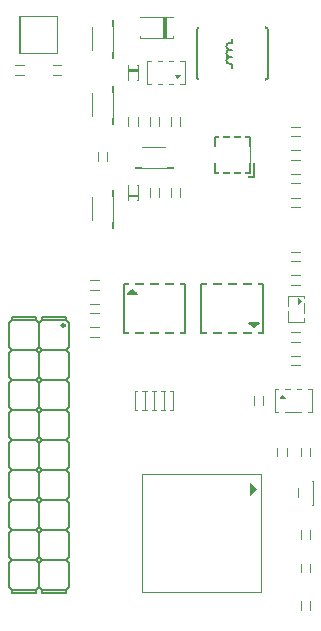
<source format=gbo>
G04 #@! TF.GenerationSoftware,KiCad,Pcbnew,(5.1.9)-1*
G04 #@! TF.CreationDate,2023-01-31T21:02:21+01:00*
G04 #@! TF.ProjectId,Base,42617365-2e6b-4696-9361-645f70636258,rev?*
G04 #@! TF.SameCoordinates,PXd59f80PYd59f80*
G04 #@! TF.FileFunction,Legend,Bot*
G04 #@! TF.FilePolarity,Positive*
%FSLAX46Y46*%
G04 Gerber Fmt 4.6, Leading zero omitted, Abs format (unit mm)*
G04 Created by KiCad (PCBNEW (5.1.9)-1) date 2023-01-31 21:02:21*
%MOMM*%
%LPD*%
G01*
G04 APERTURE LIST*
%ADD10C,0.100000*%
%ADD11C,0.120000*%
%ADD12C,0.060000*%
%ADD13C,0.080000*%
%ADD14C,0.150000*%
%ADD15C,0.260000*%
%ADD16C,0.050000*%
%ADD17C,0.070000*%
%ADD18C,0.030000*%
%ADD19R,0.250000X1.300000*%
%ADD20R,1.300000X0.250000*%
%ADD21R,0.700000X1.000000*%
%ADD22C,1.500000*%
%ADD23C,2.800000*%
%ADD24R,0.700000X0.700000*%
%ADD25R,1.600000X3.500000*%
%ADD26R,1.000000X0.700000*%
%ADD27O,1.350000X1.350000*%
%ADD28C,1.350000*%
%ADD29C,1.600000*%
%ADD30C,2.300000*%
%ADD31C,2.200000*%
%ADD32R,1.200000X1.600000*%
%ADD33R,1.500000X1.400000*%
%ADD34R,0.450000X1.200000*%
%ADD35R,1.200000X1.700000*%
%ADD36R,1.700000X1.200000*%
%ADD37R,0.550000X1.200000*%
%ADD38R,5.600000X2.000000*%
%ADD39R,0.900000X0.450000*%
%ADD40R,0.600000X1.600000*%
%ADD41C,0.350000*%
%ADD42C,1.800000*%
%ADD43R,0.400000X1.100000*%
%ADD44R,1.200000X1.200000*%
G04 APERTURE END LIST*
D10*
G36*
X23900000Y-46350000D02*
G01*
X24400000Y-45850000D01*
X23900000Y-45350000D01*
X23900000Y-46350000D01*
G37*
X23900000Y-46350000D02*
X24400000Y-45850000D01*
X23900000Y-45350000D01*
X23900000Y-46350000D01*
D11*
X24800000Y-44600000D02*
X14800000Y-44600000D01*
X14800000Y-44600000D02*
X14800000Y-54600000D01*
X14800000Y-54600000D02*
X24800000Y-54600000D01*
X24800000Y-54600000D02*
X24800000Y-44600000D01*
D12*
X27300000Y-27800000D02*
X28300000Y-27800000D01*
X28300000Y-28600000D02*
X27300000Y-28600000D01*
G36*
X28300000Y-28600000D02*
G01*
X28600000Y-28600000D01*
X28600000Y-27800000D01*
X28300000Y-27800000D01*
X28300000Y-28600000D01*
G37*
X28300000Y-28600000D02*
X28600000Y-28600000D01*
X28600000Y-27800000D01*
X28300000Y-27800000D01*
X28300000Y-28600000D01*
G36*
X27000000Y-28600000D02*
G01*
X27300000Y-28600000D01*
X27300000Y-27800000D01*
X27000000Y-27800000D01*
X27000000Y-28600000D01*
G37*
X27000000Y-28600000D02*
X27300000Y-28600000D01*
X27300000Y-27800000D01*
X27000000Y-27800000D01*
X27000000Y-28600000D01*
X28300000Y-33400000D02*
X27300000Y-33400000D01*
X27300000Y-32600000D02*
X28300000Y-32600000D01*
G36*
X27300000Y-32600000D02*
G01*
X27000000Y-32600000D01*
X27000000Y-33400000D01*
X27300000Y-33400000D01*
X27300000Y-32600000D01*
G37*
X27300000Y-32600000D02*
X27000000Y-32600000D01*
X27000000Y-33400000D01*
X27300000Y-33400000D01*
X27300000Y-32600000D01*
G36*
X28600000Y-32600000D02*
G01*
X28300000Y-32600000D01*
X28300000Y-33400000D01*
X28600000Y-33400000D01*
X28600000Y-32600000D01*
G37*
X28600000Y-32600000D02*
X28300000Y-32600000D01*
X28300000Y-33400000D01*
X28600000Y-33400000D01*
X28600000Y-32600000D01*
D13*
X14450000Y-10450000D02*
X13550000Y-10450000D01*
X13550000Y-10400000D02*
X14450000Y-10400000D01*
X14450000Y-10350000D02*
X13550000Y-10350000D01*
X13550000Y-10300000D02*
X14450000Y-10300000D01*
X13550000Y-9950000D02*
X13550000Y-11250000D01*
X14450000Y-11250000D02*
X14450000Y-9950000D01*
X13550000Y-9950000D02*
X14450000Y-9950000D01*
X13550000Y-11250000D02*
X14450000Y-11250000D01*
D11*
X7600000Y-9000000D02*
X8300000Y-9000000D01*
X8300000Y-9000000D02*
X8300000Y-5800000D01*
X3700000Y-9000000D02*
X3700000Y-5800000D01*
X4400000Y-9000000D02*
X8300000Y-9000000D01*
X8300000Y-5800000D02*
X3700000Y-5800000D01*
X3700000Y-9000000D02*
X4400000Y-9000000D01*
D10*
G36*
X4450000Y-5800000D02*
G01*
X3700000Y-5800000D01*
X3700000Y-9000000D01*
X4450000Y-9000000D01*
X4450000Y-5800000D01*
G37*
X4450000Y-5800000D02*
X3700000Y-5800000D01*
X3700000Y-9000000D01*
X4450000Y-9000000D01*
X4450000Y-5800000D01*
G36*
X8300000Y-5800000D02*
G01*
X7550000Y-5800000D01*
X7550000Y-9000000D01*
X8300000Y-9000000D01*
X8300000Y-5800000D01*
G37*
X8300000Y-5800000D02*
X7550000Y-5800000D01*
X7550000Y-9000000D01*
X8300000Y-9000000D01*
X8300000Y-5800000D01*
D12*
X28300000Y-16000000D02*
X27300000Y-16000000D01*
X27300000Y-15200000D02*
X28300000Y-15200000D01*
G36*
X27300000Y-15200000D02*
G01*
X27000000Y-15200000D01*
X27000000Y-16000000D01*
X27300000Y-16000000D01*
X27300000Y-15200000D01*
G37*
X27300000Y-15200000D02*
X27000000Y-15200000D01*
X27000000Y-16000000D01*
X27300000Y-16000000D01*
X27300000Y-15200000D01*
G36*
X28600000Y-15200000D02*
G01*
X28300000Y-15200000D01*
X28300000Y-16000000D01*
X28600000Y-16000000D01*
X28600000Y-15200000D01*
G37*
X28600000Y-15200000D02*
X28300000Y-15200000D01*
X28300000Y-16000000D01*
X28600000Y-16000000D01*
X28600000Y-15200000D01*
X28300000Y-26600000D02*
X28300000Y-25800000D01*
X28600000Y-25800000D02*
X28600000Y-26600000D01*
X28550000Y-25800000D02*
X28550000Y-26600000D01*
X28350000Y-26600000D02*
X28350000Y-25800000D01*
X28400000Y-26600000D02*
X28400000Y-25800000D01*
X28450000Y-25800000D02*
X28450000Y-26600000D01*
X28500000Y-26600000D02*
X28500000Y-25800000D01*
X27200000Y-26600000D02*
X27200000Y-25800000D01*
X27150000Y-25800000D02*
X27150000Y-26600000D01*
X27100000Y-26600000D02*
X27100000Y-25800000D01*
X27050000Y-26600000D02*
X27050000Y-25800000D01*
X27250000Y-25800000D02*
X27250000Y-26600000D01*
X28300000Y-25800000D02*
X28300000Y-26600000D01*
X27300000Y-25800000D02*
X27300000Y-26600000D01*
X28600000Y-26600000D02*
X27000000Y-26600000D01*
X27000000Y-26600000D02*
X27000000Y-25800000D01*
X27000000Y-25800000D02*
X28600000Y-25800000D01*
X28600000Y-25800000D02*
X28600000Y-26600000D01*
X15400000Y-15300000D02*
X15400000Y-14300000D01*
X16200000Y-14300000D02*
X16200000Y-15300000D01*
G36*
X16200000Y-14300000D02*
G01*
X16200000Y-14000000D01*
X15400000Y-14000000D01*
X15400000Y-14300000D01*
X16200000Y-14300000D01*
G37*
X16200000Y-14300000D02*
X16200000Y-14000000D01*
X15400000Y-14000000D01*
X15400000Y-14300000D01*
X16200000Y-14300000D01*
G36*
X16200000Y-15600000D02*
G01*
X16200000Y-15300000D01*
X15400000Y-15300000D01*
X15400000Y-15600000D01*
X16200000Y-15600000D01*
G37*
X16200000Y-15600000D02*
X16200000Y-15300000D01*
X15400000Y-15300000D01*
X15400000Y-15600000D01*
X16200000Y-15600000D01*
X28300000Y-22000000D02*
X27300000Y-22000000D01*
X27300000Y-21200000D02*
X28300000Y-21200000D01*
G36*
X27300000Y-21200000D02*
G01*
X27000000Y-21200000D01*
X27000000Y-22000000D01*
X27300000Y-22000000D01*
X27300000Y-21200000D01*
G37*
X27300000Y-21200000D02*
X27000000Y-21200000D01*
X27000000Y-22000000D01*
X27300000Y-22000000D01*
X27300000Y-21200000D01*
G36*
X28600000Y-21200000D02*
G01*
X28300000Y-21200000D01*
X28300000Y-22000000D01*
X28600000Y-22000000D01*
X28600000Y-21200000D01*
G37*
X28600000Y-21200000D02*
X28300000Y-21200000D01*
X28300000Y-22000000D01*
X28600000Y-22000000D01*
X28600000Y-21200000D01*
X28300000Y-20000000D02*
X27300000Y-20000000D01*
X27300000Y-19200000D02*
X28300000Y-19200000D01*
G36*
X27300000Y-19200000D02*
G01*
X27000000Y-19200000D01*
X27000000Y-20000000D01*
X27300000Y-20000000D01*
X27300000Y-19200000D01*
G37*
X27300000Y-19200000D02*
X27000000Y-19200000D01*
X27000000Y-20000000D01*
X27300000Y-20000000D01*
X27300000Y-19200000D01*
G36*
X28600000Y-19200000D02*
G01*
X28300000Y-19200000D01*
X28300000Y-20000000D01*
X28600000Y-20000000D01*
X28600000Y-19200000D01*
G37*
X28600000Y-19200000D02*
X28300000Y-19200000D01*
X28300000Y-20000000D01*
X28600000Y-20000000D01*
X28600000Y-19200000D01*
D14*
X5746000Y-51890000D02*
X6000000Y-52144000D01*
X3714000Y-54430000D02*
X5746000Y-54430000D01*
X3714000Y-41730000D02*
X5746000Y-41730000D01*
X5746000Y-31570000D02*
X3714000Y-31570000D01*
X6000000Y-36396000D02*
X5746000Y-36650000D01*
X5746000Y-36650000D02*
X3714000Y-36650000D01*
X3460000Y-38936000D02*
X3460000Y-36904000D01*
X6000000Y-44016000D02*
X5746000Y-44270000D01*
X3460000Y-52144000D02*
X3714000Y-51890000D01*
X5746000Y-39190000D02*
X6000000Y-39444000D01*
X6000000Y-54176000D02*
X5746000Y-54430000D01*
X5746000Y-54684000D02*
X3714000Y-54684000D01*
X3714000Y-31316000D02*
X3714000Y-31570000D01*
X3460000Y-54176000D02*
X3460000Y-52144000D01*
X5746000Y-36650000D02*
X6000000Y-36904000D01*
X3460000Y-33856000D02*
X3714000Y-34110000D01*
X3714000Y-44270000D02*
X3460000Y-44016000D01*
X5746000Y-31570000D02*
X5746000Y-31316000D01*
X5746000Y-34110000D02*
X6000000Y-34364000D01*
X3714000Y-54430000D02*
X3460000Y-54176000D01*
X5746000Y-31316000D02*
X3714000Y-31316000D01*
X3714000Y-34110000D02*
X5746000Y-34110000D01*
X3460000Y-41476000D02*
X3460000Y-39444000D01*
X3460000Y-31824000D02*
X3460000Y-33856000D01*
X3460000Y-36904000D02*
X3714000Y-36650000D01*
X3714000Y-36650000D02*
X3460000Y-36396000D01*
X3714000Y-51890000D02*
X5746000Y-51890000D01*
X5746000Y-54430000D02*
X5746000Y-54684000D01*
X3460000Y-36396000D02*
X3460000Y-34364000D01*
X3714000Y-39190000D02*
X5746000Y-39190000D01*
X5746000Y-41730000D02*
X6000000Y-41984000D01*
X6000000Y-31824000D02*
X5746000Y-31570000D01*
X3460000Y-34364000D02*
X3714000Y-34110000D01*
X3714000Y-39190000D02*
X3460000Y-38936000D01*
X6000000Y-41476000D02*
X5746000Y-41730000D01*
X3460000Y-41984000D02*
X3714000Y-41730000D01*
X6000000Y-33856000D02*
X5746000Y-34110000D01*
X3714000Y-41730000D02*
X3460000Y-41476000D01*
X3460000Y-44016000D02*
X3460000Y-41984000D01*
X3714000Y-44270000D02*
X5746000Y-44270000D01*
X6000000Y-51636000D02*
X5746000Y-51890000D01*
X3714000Y-31570000D02*
X3460000Y-31824000D01*
X6000000Y-38936000D02*
X5746000Y-39190000D01*
X3460000Y-39444000D02*
X3714000Y-39190000D01*
X3714000Y-51890000D02*
X3460000Y-51636000D01*
X3714000Y-54684000D02*
X3714000Y-54430000D01*
X3460000Y-51636000D02*
X3460000Y-49604000D01*
X3714000Y-46810000D02*
X5746000Y-46810000D01*
X3460000Y-44524000D02*
X3714000Y-44270000D01*
X3714000Y-46810000D02*
X3460000Y-46556000D01*
X3714000Y-49350000D02*
X5746000Y-49350000D01*
X6000000Y-46556000D02*
X5746000Y-46810000D01*
X6000000Y-49096000D02*
X5746000Y-49350000D01*
X5746000Y-49350000D02*
X6000000Y-49604000D01*
X3460000Y-46556000D02*
X3460000Y-44524000D01*
X5746000Y-44270000D02*
X6000000Y-44524000D01*
X3460000Y-47064000D02*
X3714000Y-46810000D01*
X3460000Y-49096000D02*
X3460000Y-47064000D01*
X3714000Y-49350000D02*
X3460000Y-49096000D01*
X5746000Y-46810000D02*
X6000000Y-47064000D01*
X3460000Y-49604000D02*
X3714000Y-49350000D01*
D15*
X8222500Y-32014500D02*
G75*
G03*
X8222500Y-32014500I-127000J0D01*
G01*
D14*
X8286000Y-51890000D02*
X8540000Y-52144000D01*
X6000000Y-52144000D02*
X6254000Y-51890000D01*
X8540000Y-54176000D02*
X8286000Y-54430000D01*
X6254000Y-51890000D02*
X6000000Y-51636000D01*
X8540000Y-51636000D02*
X8286000Y-51890000D01*
X6254000Y-54684000D02*
X6254000Y-54430000D01*
X6254000Y-54430000D02*
X8286000Y-54430000D01*
X8286000Y-54684000D02*
X6254000Y-54684000D01*
X8540000Y-52144000D02*
X8540000Y-54176000D01*
X6254000Y-54430000D02*
X6000000Y-54176000D01*
X6254000Y-51890000D02*
X8286000Y-51890000D01*
X8286000Y-54430000D02*
X8286000Y-54684000D01*
X6000000Y-54176000D02*
X6000000Y-52144000D01*
X8540000Y-31824000D02*
X8286000Y-31570000D01*
X8540000Y-33856000D02*
X8286000Y-34110000D01*
X8540000Y-31824000D02*
X8540000Y-33856000D01*
X8286000Y-31570000D02*
X6254000Y-31570000D01*
X6000000Y-31824000D02*
X6000000Y-33856000D01*
X6254000Y-31570000D02*
X6000000Y-31824000D01*
X6254000Y-34110000D02*
X8286000Y-34110000D01*
X6000000Y-33856000D02*
X6254000Y-34110000D01*
X6000000Y-34364000D02*
X6254000Y-34110000D01*
X6000000Y-36396000D02*
X6000000Y-34364000D01*
X8540000Y-34364000D02*
X8540000Y-36396000D01*
X8286000Y-34110000D02*
X8540000Y-34364000D01*
X6254000Y-31316000D02*
X6254000Y-31570000D01*
X8286000Y-31316000D02*
X6254000Y-31316000D01*
X8286000Y-31570000D02*
X8286000Y-31316000D01*
X8540000Y-36396000D02*
X8286000Y-36650000D01*
X6254000Y-36650000D02*
X6000000Y-36396000D01*
X8286000Y-36650000D02*
X6254000Y-36650000D01*
X6254000Y-39190000D02*
X8286000Y-39190000D01*
X6000000Y-36904000D02*
X6254000Y-36650000D01*
X6000000Y-38936000D02*
X6000000Y-36904000D01*
X6254000Y-39190000D02*
X6000000Y-38936000D01*
X8540000Y-38936000D02*
X8286000Y-39190000D01*
X8540000Y-36904000D02*
X8540000Y-38936000D01*
X8286000Y-36650000D02*
X8540000Y-36904000D01*
X6254000Y-41730000D02*
X8286000Y-41730000D01*
X6000000Y-39444000D02*
X6254000Y-39190000D01*
X6000000Y-41476000D02*
X6000000Y-39444000D01*
X6254000Y-41730000D02*
X6000000Y-41476000D01*
X8540000Y-41476000D02*
X8286000Y-41730000D01*
X8540000Y-39444000D02*
X8540000Y-41476000D01*
X8286000Y-39190000D02*
X8540000Y-39444000D01*
X6254000Y-44270000D02*
X8286000Y-44270000D01*
X6000000Y-41984000D02*
X6254000Y-41730000D01*
X6000000Y-44016000D02*
X6000000Y-41984000D01*
X6254000Y-44270000D02*
X6000000Y-44016000D01*
X8540000Y-44016000D02*
X8286000Y-44270000D01*
X8540000Y-41984000D02*
X8540000Y-44016000D01*
X8286000Y-41730000D02*
X8540000Y-41984000D01*
X6254000Y-46810000D02*
X8286000Y-46810000D01*
X6000000Y-44524000D02*
X6254000Y-44270000D01*
X6000000Y-46556000D02*
X6000000Y-44524000D01*
X6254000Y-46810000D02*
X6000000Y-46556000D01*
X8540000Y-46556000D02*
X8286000Y-46810000D01*
X8540000Y-44524000D02*
X8540000Y-46556000D01*
X8286000Y-44270000D02*
X8540000Y-44524000D01*
X6254000Y-49350000D02*
X8286000Y-49350000D01*
X6000000Y-47064000D02*
X6254000Y-46810000D01*
X6000000Y-49096000D02*
X6000000Y-47064000D01*
X6254000Y-49350000D02*
X6000000Y-49096000D01*
X8540000Y-49096000D02*
X8286000Y-49350000D01*
X8540000Y-47064000D02*
X8540000Y-49096000D01*
X8286000Y-46810000D02*
X8540000Y-47064000D01*
X6000000Y-49604000D02*
X6254000Y-49350000D01*
X6000000Y-51636000D02*
X6000000Y-49604000D01*
X8540000Y-49604000D02*
X8540000Y-51636000D01*
X8286000Y-49350000D02*
X8540000Y-49604000D01*
D10*
G36*
X16800000Y-5900000D02*
G01*
X16800000Y-7700000D01*
X16500000Y-7700000D01*
X16500000Y-5900000D01*
X16800000Y-5900000D01*
G37*
X16800000Y-5900000D02*
X16800000Y-7700000D01*
X16500000Y-7700000D01*
X16500000Y-5900000D01*
X16800000Y-5900000D01*
X17400000Y-5900000D02*
X14600000Y-5900000D01*
X17400000Y-7700000D02*
X17400000Y-5900000D01*
X14600000Y-7700000D02*
X17400000Y-7700000D01*
X14600000Y-5900000D02*
X14600000Y-7700000D01*
D14*
X23900000Y-19100000D02*
X23900000Y-16100000D01*
X23900000Y-16100000D02*
X20900000Y-16100000D01*
X20900000Y-19100000D02*
X23900000Y-19100000D01*
X20900000Y-16100000D02*
X20900000Y-19100000D01*
D16*
G36*
X24150000Y-18250000D02*
G01*
X24150000Y-19350000D01*
X23700000Y-19350000D01*
X23700000Y-19450000D01*
X24250000Y-19450000D01*
X24250000Y-18250000D01*
X24150000Y-18250000D01*
G37*
X24150000Y-18250000D02*
X24150000Y-19350000D01*
X23700000Y-19350000D01*
X23700000Y-19450000D01*
X24250000Y-19450000D01*
X24250000Y-18250000D01*
X24150000Y-18250000D01*
D12*
X7100000Y-10000000D02*
X7100000Y-10800000D01*
X6800000Y-10800000D02*
X6800000Y-10000000D01*
X6850000Y-10800000D02*
X6850000Y-10000000D01*
X7050000Y-10000000D02*
X7050000Y-10800000D01*
X7000000Y-10000000D02*
X7000000Y-10800000D01*
X6950000Y-10800000D02*
X6950000Y-10000000D01*
X6900000Y-10000000D02*
X6900000Y-10800000D01*
X8200000Y-10000000D02*
X8200000Y-10800000D01*
X8250000Y-10800000D02*
X8250000Y-10000000D01*
X8300000Y-10000000D02*
X8300000Y-10800000D01*
X8350000Y-10000000D02*
X8350000Y-10800000D01*
X8150000Y-10800000D02*
X8150000Y-10000000D01*
X7100000Y-10800000D02*
X7100000Y-10000000D01*
X8100000Y-10800000D02*
X8100000Y-10000000D01*
X6800000Y-10000000D02*
X8400000Y-10000000D01*
X8400000Y-10000000D02*
X8400000Y-10800000D01*
X8400000Y-10800000D02*
X6800000Y-10800000D01*
X6800000Y-10800000D02*
X6800000Y-10000000D01*
X18000000Y-14300000D02*
X17200000Y-14300000D01*
X17200000Y-14000000D02*
X18000000Y-14000000D01*
X17200000Y-14050000D02*
X18000000Y-14050000D01*
X18000000Y-14250000D02*
X17200000Y-14250000D01*
X18000000Y-14200000D02*
X17200000Y-14200000D01*
X17200000Y-14150000D02*
X18000000Y-14150000D01*
X18000000Y-14100000D02*
X17200000Y-14100000D01*
X18000000Y-15400000D02*
X17200000Y-15400000D01*
X17200000Y-15450000D02*
X18000000Y-15450000D01*
X18000000Y-15500000D02*
X17200000Y-15500000D01*
X18000000Y-15550000D02*
X17200000Y-15550000D01*
X17200000Y-15350000D02*
X18000000Y-15350000D01*
X17200000Y-14300000D02*
X18000000Y-14300000D01*
X17200000Y-15300000D02*
X18000000Y-15300000D01*
X18000000Y-14000000D02*
X18000000Y-15600000D01*
X18000000Y-15600000D02*
X17200000Y-15600000D01*
X17200000Y-15600000D02*
X17200000Y-14000000D01*
X17200000Y-14000000D02*
X18000000Y-14000000D01*
D13*
G36*
X14200000Y-18700000D02*
G01*
X14700000Y-18700000D01*
X14700000Y-16900000D01*
X14200000Y-16900000D01*
X14200000Y-18700000D01*
G37*
X14200000Y-18700000D02*
X14700000Y-18700000D01*
X14700000Y-16900000D01*
X14200000Y-16900000D01*
X14200000Y-18700000D01*
X14700000Y-18700000D02*
X14700000Y-16900000D01*
G36*
X16900000Y-18700000D02*
G01*
X17400000Y-18700000D01*
X17400000Y-16900000D01*
X16900000Y-16900000D01*
X16900000Y-18700000D01*
G37*
X16900000Y-18700000D02*
X17400000Y-18700000D01*
X17400000Y-16900000D01*
X16900000Y-16900000D01*
X16900000Y-18700000D01*
X14200000Y-18700000D02*
X14200000Y-16900000D01*
X17400000Y-18700000D02*
X17400000Y-16900000D01*
X17400000Y-16900000D02*
X14200000Y-16900000D01*
X17400000Y-18700000D02*
X14200000Y-18700000D01*
D12*
X28300000Y-18000000D02*
X28300000Y-17200000D01*
X28600000Y-17200000D02*
X28600000Y-18000000D01*
X28550000Y-17200000D02*
X28550000Y-18000000D01*
X28350000Y-18000000D02*
X28350000Y-17200000D01*
X28400000Y-18000000D02*
X28400000Y-17200000D01*
X28450000Y-17200000D02*
X28450000Y-18000000D01*
X28500000Y-18000000D02*
X28500000Y-17200000D01*
X27200000Y-18000000D02*
X27200000Y-17200000D01*
X27150000Y-17200000D02*
X27150000Y-18000000D01*
X27100000Y-18000000D02*
X27100000Y-17200000D01*
X27050000Y-18000000D02*
X27050000Y-17200000D01*
X27250000Y-17200000D02*
X27250000Y-18000000D01*
X28300000Y-17200000D02*
X28300000Y-18000000D01*
X27300000Y-17200000D02*
X27300000Y-18000000D01*
X28600000Y-18000000D02*
X27000000Y-18000000D01*
X27000000Y-18000000D02*
X27000000Y-17200000D01*
X27000000Y-17200000D02*
X28600000Y-17200000D01*
X28600000Y-17200000D02*
X28600000Y-18000000D01*
D13*
G36*
X10500000Y-20600000D02*
G01*
X10500000Y-21100000D01*
X12300000Y-21100000D01*
X12300000Y-20600000D01*
X10500000Y-20600000D01*
G37*
X10500000Y-20600000D02*
X10500000Y-21100000D01*
X12300000Y-21100000D01*
X12300000Y-20600000D01*
X10500000Y-20600000D01*
X10500000Y-21100000D02*
X12300000Y-21100000D01*
G36*
X10500000Y-23300000D02*
G01*
X10500000Y-23800000D01*
X12300000Y-23800000D01*
X12300000Y-23300000D01*
X10500000Y-23300000D01*
G37*
X10500000Y-23300000D02*
X10500000Y-23800000D01*
X12300000Y-23800000D01*
X12300000Y-23300000D01*
X10500000Y-23300000D01*
X10500000Y-20600000D02*
X12300000Y-20600000D01*
X10500000Y-23800000D02*
X12300000Y-23800000D01*
X12300000Y-23800000D02*
X12300000Y-20600000D01*
X10500000Y-23800000D02*
X10500000Y-20600000D01*
X18387500Y-9647500D02*
X15212500Y-9647500D01*
X18387500Y-9711000D02*
X18387500Y-9647500D01*
X18387500Y-11552500D02*
X18387500Y-9711000D01*
X15212500Y-11552500D02*
X18387500Y-11552500D01*
X15212500Y-9647500D02*
X15212500Y-11552500D01*
D10*
G36*
X17550000Y-10800000D02*
G01*
X17752500Y-11050000D01*
X17950000Y-10800000D01*
X17550000Y-10800000D01*
G37*
X17550000Y-10800000D02*
X17752500Y-11050000D01*
X17950000Y-10800000D01*
X17550000Y-10800000D01*
D14*
X19900000Y-6000000D02*
X24900000Y-6000000D01*
X25400000Y-6900000D02*
X25400000Y-11100000D01*
X24900000Y-12000000D02*
X19900000Y-12000000D01*
X22200000Y-8700000D02*
X22400000Y-8700000D01*
X22200000Y-9300000D02*
X22400000Y-9300000D01*
X22400000Y-8100000D02*
X22400000Y-7800000D01*
D11*
X22300000Y-8100000D02*
X22400000Y-8100000D01*
D14*
X22200000Y-8100000D02*
X22400000Y-8100000D01*
X22400000Y-9900000D02*
X22400000Y-10200000D01*
X22200000Y-9900000D02*
X22400000Y-9900000D01*
X24900000Y-6000000D02*
X24900000Y-6600000D01*
X24900000Y-6600000D02*
X25400000Y-6900000D01*
X24900000Y-11400000D02*
X25400000Y-11100000D01*
X24900000Y-11400000D02*
X24900000Y-12000000D01*
X19900000Y-6600000D02*
X19400000Y-6900000D01*
X19400000Y-11100000D02*
X19400000Y-6900000D01*
X19900000Y-12000000D02*
X19900000Y-11400000D01*
X19900000Y-11400000D02*
X19400000Y-11100000D01*
X19900000Y-6600000D02*
X19900000Y-6000000D01*
X22200000Y-9300000D02*
G75*
G02*
X22200000Y-8700000I0J300000D01*
G01*
X22200000Y-8700000D02*
G75*
G02*
X22200000Y-8100000I0J300000D01*
G01*
X22200000Y-9900000D02*
G75*
G02*
X22200000Y-9300000I0J300000D01*
G01*
D12*
X14400000Y-14300000D02*
X14400000Y-15300000D01*
X13600000Y-15300000D02*
X13600000Y-14300000D01*
G36*
X13600000Y-15300000D02*
G01*
X13600000Y-15600000D01*
X14400000Y-15600000D01*
X14400000Y-15300000D01*
X13600000Y-15300000D01*
G37*
X13600000Y-15300000D02*
X13600000Y-15600000D01*
X14400000Y-15600000D01*
X14400000Y-15300000D01*
X13600000Y-15300000D01*
G36*
X13600000Y-14000000D02*
G01*
X13600000Y-14300000D01*
X14400000Y-14300000D01*
X14400000Y-14000000D01*
X13600000Y-14000000D01*
G37*
X13600000Y-14000000D02*
X13600000Y-14300000D01*
X14400000Y-14300000D01*
X14400000Y-14000000D01*
X13600000Y-14000000D01*
X18000000Y-20300000D02*
X18000000Y-21300000D01*
X17200000Y-21300000D02*
X17200000Y-20300000D01*
G36*
X17200000Y-21300000D02*
G01*
X17200000Y-21600000D01*
X18000000Y-21600000D01*
X18000000Y-21300000D01*
X17200000Y-21300000D01*
G37*
X17200000Y-21300000D02*
X17200000Y-21600000D01*
X18000000Y-21600000D01*
X18000000Y-21300000D01*
X17200000Y-21300000D01*
G36*
X17200000Y-20000000D02*
G01*
X17200000Y-20300000D01*
X18000000Y-20300000D01*
X18000000Y-20000000D01*
X17200000Y-20000000D01*
G37*
X17200000Y-20000000D02*
X17200000Y-20300000D01*
X18000000Y-20300000D01*
X18000000Y-20000000D01*
X17200000Y-20000000D01*
X11800000Y-17300000D02*
X11800000Y-18300000D01*
X11000000Y-18300000D02*
X11000000Y-17300000D01*
G36*
X11000000Y-18300000D02*
G01*
X11000000Y-18600000D01*
X11800000Y-18600000D01*
X11800000Y-18300000D01*
X11000000Y-18300000D01*
G37*
X11000000Y-18300000D02*
X11000000Y-18600000D01*
X11800000Y-18600000D01*
X11800000Y-18300000D01*
X11000000Y-18300000D01*
G36*
X11000000Y-17000000D02*
G01*
X11000000Y-17300000D01*
X11800000Y-17300000D01*
X11800000Y-17000000D01*
X11000000Y-17000000D01*
G37*
X11000000Y-17000000D02*
X11000000Y-17300000D01*
X11800000Y-17300000D01*
X11800000Y-17000000D01*
X11000000Y-17000000D01*
X15400000Y-21300000D02*
X15400000Y-20300000D01*
X16200000Y-20300000D02*
X16200000Y-21300000D01*
G36*
X16200000Y-20300000D02*
G01*
X16200000Y-20000000D01*
X15400000Y-20000000D01*
X15400000Y-20300000D01*
X16200000Y-20300000D01*
G37*
X16200000Y-20300000D02*
X16200000Y-20000000D01*
X15400000Y-20000000D01*
X15400000Y-20300000D01*
X16200000Y-20300000D01*
G36*
X16200000Y-21600000D02*
G01*
X16200000Y-21300000D01*
X15400000Y-21300000D01*
X15400000Y-21600000D01*
X16200000Y-21600000D01*
G37*
X16200000Y-21600000D02*
X16200000Y-21300000D01*
X15400000Y-21300000D01*
X15400000Y-21600000D01*
X16200000Y-21600000D01*
D13*
X13550000Y-20950000D02*
X14450000Y-20950000D01*
X14450000Y-21000000D02*
X13550000Y-21000000D01*
X13550000Y-21050000D02*
X14450000Y-21050000D01*
X14450000Y-21100000D02*
X13550000Y-21100000D01*
X14450000Y-21450000D02*
X14450000Y-20150000D01*
X13550000Y-20150000D02*
X13550000Y-21450000D01*
X14450000Y-21450000D02*
X13550000Y-21450000D01*
X14450000Y-20150000D02*
X13550000Y-20150000D01*
D12*
X3900000Y-10000000D02*
X4900000Y-10000000D01*
X4900000Y-10800000D02*
X3900000Y-10800000D01*
G36*
X4900000Y-10800000D02*
G01*
X5200000Y-10800000D01*
X5200000Y-10000000D01*
X4900000Y-10000000D01*
X4900000Y-10800000D01*
G37*
X4900000Y-10800000D02*
X5200000Y-10800000D01*
X5200000Y-10000000D01*
X4900000Y-10000000D01*
X4900000Y-10800000D01*
G36*
X3600000Y-10800000D02*
G01*
X3900000Y-10800000D01*
X3900000Y-10000000D01*
X3600000Y-10000000D01*
X3600000Y-10800000D01*
G37*
X3600000Y-10800000D02*
X3900000Y-10800000D01*
X3900000Y-10000000D01*
X3600000Y-10000000D01*
X3600000Y-10800000D01*
D13*
X27100000Y-31700000D02*
X28500000Y-31700000D01*
X27100000Y-29500000D02*
X27100000Y-31700000D01*
X28500000Y-29500000D02*
X27100000Y-29500000D01*
X28500000Y-31700000D02*
X28500000Y-29500000D01*
D16*
G36*
X27950000Y-30200000D02*
G01*
X28250000Y-29950000D01*
X27950000Y-29700000D01*
X27950000Y-30200000D01*
G37*
X27950000Y-30200000D02*
X28250000Y-29950000D01*
X27950000Y-29700000D01*
X27950000Y-30200000D01*
D13*
G36*
X10500000Y-6200000D02*
G01*
X10500000Y-6700000D01*
X12300000Y-6700000D01*
X12300000Y-6200000D01*
X10500000Y-6200000D01*
G37*
X10500000Y-6200000D02*
X10500000Y-6700000D01*
X12300000Y-6700000D01*
X12300000Y-6200000D01*
X10500000Y-6200000D01*
X10500000Y-6700000D02*
X12300000Y-6700000D01*
G36*
X10500000Y-8900000D02*
G01*
X10500000Y-9400000D01*
X12300000Y-9400000D01*
X12300000Y-8900000D01*
X10500000Y-8900000D01*
G37*
X10500000Y-8900000D02*
X10500000Y-9400000D01*
X12300000Y-9400000D01*
X12300000Y-8900000D01*
X10500000Y-8900000D01*
X10500000Y-6200000D02*
X12300000Y-6200000D01*
X10500000Y-9400000D02*
X12300000Y-9400000D01*
X12300000Y-9400000D02*
X12300000Y-6200000D01*
X10500000Y-9400000D02*
X10500000Y-6200000D01*
G36*
X12300000Y-15000000D02*
G01*
X12300000Y-14500000D01*
X10500000Y-14500000D01*
X10500000Y-15000000D01*
X12300000Y-15000000D01*
G37*
X12300000Y-15000000D02*
X12300000Y-14500000D01*
X10500000Y-14500000D01*
X10500000Y-15000000D01*
X12300000Y-15000000D01*
X12300000Y-14500000D02*
X10500000Y-14500000D01*
G36*
X12300000Y-12300000D02*
G01*
X12300000Y-11800000D01*
X10500000Y-11800000D01*
X10500000Y-12300000D01*
X12300000Y-12300000D01*
G37*
X12300000Y-12300000D02*
X12300000Y-11800000D01*
X10500000Y-11800000D01*
X10500000Y-12300000D01*
X12300000Y-12300000D01*
X12300000Y-15000000D02*
X10500000Y-15000000D01*
X12300000Y-11800000D02*
X10500000Y-11800000D01*
X10500000Y-11800000D02*
X10500000Y-15000000D01*
X12300000Y-11800000D02*
X12300000Y-15000000D01*
D12*
X27300000Y-34600000D02*
X27300000Y-35400000D01*
X27000000Y-35400000D02*
X27000000Y-34600000D01*
X27050000Y-35400000D02*
X27050000Y-34600000D01*
X27250000Y-34600000D02*
X27250000Y-35400000D01*
X27200000Y-34600000D02*
X27200000Y-35400000D01*
X27150000Y-35400000D02*
X27150000Y-34600000D01*
X27100000Y-34600000D02*
X27100000Y-35400000D01*
X28400000Y-34600000D02*
X28400000Y-35400000D01*
X28450000Y-35400000D02*
X28450000Y-34600000D01*
X28500000Y-34600000D02*
X28500000Y-35400000D01*
X28550000Y-34600000D02*
X28550000Y-35400000D01*
X28350000Y-35400000D02*
X28350000Y-34600000D01*
X27300000Y-35400000D02*
X27300000Y-34600000D01*
X28300000Y-35400000D02*
X28300000Y-34600000D01*
X27000000Y-34600000D02*
X28600000Y-34600000D01*
X28600000Y-34600000D02*
X28600000Y-35400000D01*
X28600000Y-35400000D02*
X27000000Y-35400000D01*
X27000000Y-35400000D02*
X27000000Y-34600000D01*
D14*
G36*
X23860000Y-31800000D02*
G01*
X24260000Y-32200000D01*
X24660000Y-31800000D01*
X23860000Y-31800000D01*
G37*
X23860000Y-31800000D02*
X24260000Y-32200000D01*
X24660000Y-31800000D01*
X23860000Y-31800000D01*
X19796500Y-32695500D02*
X25003500Y-32695500D01*
X19796500Y-32695500D02*
X19796500Y-28504500D01*
X19796500Y-28504500D02*
X25003500Y-28504500D01*
X25003500Y-32695500D02*
X25003500Y-28504500D01*
D17*
X14200000Y-39200000D02*
X17400000Y-39200000D01*
X17400000Y-39200000D02*
X17400000Y-37600000D01*
X14200000Y-39200000D02*
X14200000Y-37600000D01*
D18*
X15000000Y-39200000D02*
X15000000Y-37600000D01*
X15800000Y-39200000D02*
X15800000Y-37600000D01*
X16600000Y-39200000D02*
X16600000Y-37600000D01*
D17*
X14200000Y-37600000D02*
X17400000Y-37600000D01*
D12*
X29000000Y-53400000D02*
X28200000Y-53400000D01*
X29000000Y-51800000D02*
X29000000Y-53400000D01*
X28200000Y-51800000D02*
X29000000Y-51800000D01*
X28200000Y-53400000D02*
X28200000Y-51800000D01*
X29000000Y-52100000D02*
X28200000Y-52100000D01*
X29000000Y-53100000D02*
X28200000Y-53100000D01*
X29000000Y-52050000D02*
X28200000Y-52050000D01*
X28200000Y-51850000D02*
X29000000Y-51850000D01*
X28200000Y-51900000D02*
X29000000Y-51900000D01*
X29000000Y-51950000D02*
X28200000Y-51950000D01*
X28200000Y-52000000D02*
X29000000Y-52000000D01*
X28200000Y-53300000D02*
X29000000Y-53300000D01*
X29000000Y-53250000D02*
X28200000Y-53250000D01*
X28200000Y-53200000D02*
X29000000Y-53200000D01*
X28200000Y-53150000D02*
X29000000Y-53150000D01*
X29000000Y-53350000D02*
X28200000Y-53350000D01*
X29000000Y-53400000D02*
X28200000Y-53400000D01*
X28200000Y-53100000D02*
X29000000Y-53100000D01*
X27000000Y-42300000D02*
X26200000Y-42300000D01*
X26200000Y-42000000D02*
X27000000Y-42000000D01*
X26200000Y-42050000D02*
X27000000Y-42050000D01*
X27000000Y-42250000D02*
X26200000Y-42250000D01*
X27000000Y-42200000D02*
X26200000Y-42200000D01*
X26200000Y-42150000D02*
X27000000Y-42150000D01*
X27000000Y-42100000D02*
X26200000Y-42100000D01*
X27000000Y-43400000D02*
X26200000Y-43400000D01*
X26200000Y-43450000D02*
X27000000Y-43450000D01*
X27000000Y-43500000D02*
X26200000Y-43500000D01*
X27000000Y-43550000D02*
X26200000Y-43550000D01*
X26200000Y-43350000D02*
X27000000Y-43350000D01*
X26200000Y-42300000D02*
X27000000Y-42300000D01*
X26200000Y-43300000D02*
X27000000Y-43300000D01*
X27000000Y-42000000D02*
X27000000Y-43600000D01*
X27000000Y-43600000D02*
X26200000Y-43600000D01*
X26200000Y-43600000D02*
X26200000Y-42000000D01*
X26200000Y-42000000D02*
X27000000Y-42000000D01*
X28200000Y-42000000D02*
X29000000Y-42000000D01*
X28200000Y-43600000D02*
X28200000Y-42000000D01*
X29000000Y-43600000D02*
X28200000Y-43600000D01*
X29000000Y-42000000D02*
X29000000Y-43600000D01*
X28200000Y-43300000D02*
X29000000Y-43300000D01*
X28200000Y-42300000D02*
X29000000Y-42300000D01*
X28200000Y-43350000D02*
X29000000Y-43350000D01*
X29000000Y-43550000D02*
X28200000Y-43550000D01*
X29000000Y-43500000D02*
X28200000Y-43500000D01*
X28200000Y-43450000D02*
X29000000Y-43450000D01*
X29000000Y-43400000D02*
X28200000Y-43400000D01*
X29000000Y-42100000D02*
X28200000Y-42100000D01*
X28200000Y-42150000D02*
X29000000Y-42150000D01*
X29000000Y-42200000D02*
X28200000Y-42200000D01*
X29000000Y-42250000D02*
X28200000Y-42250000D01*
X28200000Y-42050000D02*
X29000000Y-42050000D01*
X28200000Y-42000000D02*
X29000000Y-42000000D01*
X29000000Y-42300000D02*
X28200000Y-42300000D01*
X28200000Y-50250000D02*
X29000000Y-50250000D01*
X29000000Y-50550000D02*
X28200000Y-50550000D01*
X29000000Y-50500000D02*
X28200000Y-50500000D01*
X28200000Y-50300000D02*
X29000000Y-50300000D01*
X28200000Y-50350000D02*
X29000000Y-50350000D01*
X29000000Y-50400000D02*
X28200000Y-50400000D01*
X28200000Y-50450000D02*
X29000000Y-50450000D01*
X28200000Y-49150000D02*
X29000000Y-49150000D01*
X29000000Y-49100000D02*
X28200000Y-49100000D01*
X28200000Y-49050000D02*
X29000000Y-49050000D01*
X28200000Y-49000000D02*
X29000000Y-49000000D01*
X29000000Y-49200000D02*
X28200000Y-49200000D01*
X29000000Y-50250000D02*
X28200000Y-50250000D01*
X29000000Y-49250000D02*
X28200000Y-49250000D01*
X28200000Y-50550000D02*
X28200000Y-48950000D01*
X28200000Y-48950000D02*
X29000000Y-48950000D01*
X29000000Y-48950000D02*
X29000000Y-50550000D01*
X29000000Y-50550000D02*
X28200000Y-50550000D01*
X29000000Y-55300000D02*
X28200000Y-55300000D01*
X28200000Y-55000000D02*
X29000000Y-55000000D01*
X28200000Y-55050000D02*
X29000000Y-55050000D01*
X29000000Y-55250000D02*
X28200000Y-55250000D01*
X29000000Y-55200000D02*
X28200000Y-55200000D01*
X28200000Y-55150000D02*
X29000000Y-55150000D01*
X29000000Y-55100000D02*
X28200000Y-55100000D01*
X29000000Y-56400000D02*
X28200000Y-56400000D01*
X28200000Y-56450000D02*
X29000000Y-56450000D01*
X29000000Y-56500000D02*
X28200000Y-56500000D01*
X29000000Y-56550000D02*
X28200000Y-56550000D01*
X28200000Y-56350000D02*
X29000000Y-56350000D01*
X28200000Y-55300000D02*
X29000000Y-55300000D01*
X28200000Y-56300000D02*
X29000000Y-56300000D01*
X29000000Y-55000000D02*
X29000000Y-56600000D01*
X29000000Y-56600000D02*
X28200000Y-56600000D01*
X28200000Y-56600000D02*
X28200000Y-55000000D01*
X28200000Y-55000000D02*
X29000000Y-55000000D01*
X24200000Y-37600000D02*
X25000000Y-37600000D01*
X24200000Y-39200000D02*
X24200000Y-37600000D01*
X25000000Y-39200000D02*
X24200000Y-39200000D01*
X25000000Y-37600000D02*
X25000000Y-39200000D01*
X24200000Y-38900000D02*
X25000000Y-38900000D01*
X24200000Y-37900000D02*
X25000000Y-37900000D01*
X24200000Y-38950000D02*
X25000000Y-38950000D01*
X25000000Y-39150000D02*
X24200000Y-39150000D01*
X25000000Y-39100000D02*
X24200000Y-39100000D01*
X24200000Y-39050000D02*
X25000000Y-39050000D01*
X25000000Y-39000000D02*
X24200000Y-39000000D01*
X25000000Y-37700000D02*
X24200000Y-37700000D01*
X24200000Y-37750000D02*
X25000000Y-37750000D01*
X25000000Y-37800000D02*
X24200000Y-37800000D01*
X25000000Y-37850000D02*
X24200000Y-37850000D01*
X24200000Y-37650000D02*
X25000000Y-37650000D01*
X24200000Y-37600000D02*
X25000000Y-37600000D01*
X25000000Y-37900000D02*
X24200000Y-37900000D01*
D13*
X26012500Y-39352500D02*
X29187500Y-39352500D01*
X29187500Y-39352500D02*
X29187500Y-37447500D01*
X29187500Y-37447500D02*
X26012500Y-37447500D01*
X26012500Y-37447500D02*
X26012500Y-39289000D01*
X26012500Y-39289000D02*
X26012500Y-39352500D01*
D10*
G36*
X26850000Y-38200000D02*
G01*
X26647500Y-37950000D01*
X26450000Y-38200000D01*
X26850000Y-38200000D01*
G37*
X26850000Y-38200000D02*
X26647500Y-37950000D01*
X26450000Y-38200000D01*
X26850000Y-38200000D01*
X29250000Y-45200000D02*
X29250000Y-47200000D01*
X27950000Y-47200000D02*
X29250000Y-47200000D01*
X27950000Y-45200000D02*
X27950000Y-47200000D01*
X27950000Y-45200000D02*
X29250000Y-45200000D01*
D14*
X13196500Y-28504500D02*
X13196500Y-32695500D01*
X18403500Y-32695500D02*
X13196500Y-32695500D01*
X18403500Y-28504500D02*
X18403500Y-32695500D01*
X18403500Y-28504500D02*
X13196500Y-28504500D01*
G36*
X14340000Y-29400000D02*
G01*
X13940000Y-29000000D01*
X13540000Y-29400000D01*
X14340000Y-29400000D01*
G37*
X14340000Y-29400000D02*
X13940000Y-29000000D01*
X13540000Y-29400000D01*
X14340000Y-29400000D01*
D12*
X10300000Y-32200000D02*
X10300000Y-33000000D01*
X10000000Y-33000000D02*
X10000000Y-32200000D01*
X10050000Y-33000000D02*
X10050000Y-32200000D01*
X10250000Y-32200000D02*
X10250000Y-33000000D01*
X10200000Y-32200000D02*
X10200000Y-33000000D01*
X10150000Y-33000000D02*
X10150000Y-32200000D01*
X10100000Y-32200000D02*
X10100000Y-33000000D01*
X11400000Y-32200000D02*
X11400000Y-33000000D01*
X11450000Y-33000000D02*
X11450000Y-32200000D01*
X11500000Y-32200000D02*
X11500000Y-33000000D01*
X11550000Y-32200000D02*
X11550000Y-33000000D01*
X11350000Y-33000000D02*
X11350000Y-32200000D01*
X10300000Y-33000000D02*
X10300000Y-32200000D01*
X11300000Y-33000000D02*
X11300000Y-32200000D01*
X10000000Y-32200000D02*
X11600000Y-32200000D01*
X11600000Y-32200000D02*
X11600000Y-33000000D01*
X11600000Y-33000000D02*
X10000000Y-33000000D01*
X10000000Y-33000000D02*
X10000000Y-32200000D01*
X11600000Y-30200000D02*
X11600000Y-31000000D01*
X10000000Y-30200000D02*
X11600000Y-30200000D01*
X10000000Y-31000000D02*
X10000000Y-30200000D01*
X11600000Y-31000000D02*
X10000000Y-31000000D01*
X10300000Y-30200000D02*
X10300000Y-31000000D01*
X11300000Y-30200000D02*
X11300000Y-31000000D01*
X10250000Y-30200000D02*
X10250000Y-31000000D01*
X10050000Y-31000000D02*
X10050000Y-30200000D01*
X10100000Y-31000000D02*
X10100000Y-30200000D01*
X10150000Y-30200000D02*
X10150000Y-31000000D01*
X10200000Y-31000000D02*
X10200000Y-30200000D01*
X11500000Y-31000000D02*
X11500000Y-30200000D01*
X11450000Y-30200000D02*
X11450000Y-31000000D01*
X11400000Y-31000000D02*
X11400000Y-30200000D01*
X11350000Y-31000000D02*
X11350000Y-30200000D01*
X11550000Y-30200000D02*
X11550000Y-31000000D01*
X11600000Y-30200000D02*
X11600000Y-31000000D01*
X11300000Y-31000000D02*
X11300000Y-30200000D01*
X10000000Y-29000000D02*
X10000000Y-28200000D01*
X11600000Y-29000000D02*
X10000000Y-29000000D01*
X11600000Y-28200000D02*
X11600000Y-29000000D01*
X10000000Y-28200000D02*
X11600000Y-28200000D01*
X11300000Y-29000000D02*
X11300000Y-28200000D01*
X10300000Y-29000000D02*
X10300000Y-28200000D01*
X11350000Y-29000000D02*
X11350000Y-28200000D01*
X11550000Y-28200000D02*
X11550000Y-29000000D01*
X11500000Y-28200000D02*
X11500000Y-29000000D01*
X11450000Y-29000000D02*
X11450000Y-28200000D01*
X11400000Y-28200000D02*
X11400000Y-29000000D01*
X10100000Y-28200000D02*
X10100000Y-29000000D01*
X10150000Y-29000000D02*
X10150000Y-28200000D01*
X10200000Y-28200000D02*
X10200000Y-29000000D01*
X10250000Y-28200000D02*
X10250000Y-29000000D01*
X10050000Y-29000000D02*
X10050000Y-28200000D01*
X10000000Y-29000000D02*
X10000000Y-28200000D01*
X10300000Y-28200000D02*
X10300000Y-29000000D01*
%LPC*%
D19*
X23550000Y-43750000D03*
X23050000Y-43750000D03*
X22550000Y-43750000D03*
X22050000Y-43750000D03*
X21550000Y-43750000D03*
X21050000Y-43750000D03*
X20550000Y-43750000D03*
X20050000Y-43750000D03*
X19550000Y-43750000D03*
X19050000Y-43750000D03*
X18550000Y-43750000D03*
X18050000Y-43750000D03*
X17550000Y-43750000D03*
X17050000Y-43750000D03*
X16550000Y-43750000D03*
X16050000Y-43750000D03*
D20*
X13950000Y-45850000D03*
X13950000Y-46350000D03*
X13950000Y-46850000D03*
X13950000Y-47350000D03*
X13950000Y-47850000D03*
X13950000Y-48350000D03*
X13950000Y-48850000D03*
X13950000Y-49350000D03*
X13950000Y-49850000D03*
X13950000Y-50350000D03*
X13950000Y-50850000D03*
X13950000Y-51350000D03*
X13950000Y-51850000D03*
X13950000Y-52350000D03*
X13950000Y-52850000D03*
X13950000Y-53350000D03*
D19*
X16050000Y-55450000D03*
X16550000Y-55450000D03*
X17050000Y-55450000D03*
X17550000Y-55450000D03*
X18050000Y-55450000D03*
X18550000Y-55450000D03*
X19050000Y-55450000D03*
X19550000Y-55450000D03*
X20050000Y-55450000D03*
X20550000Y-55450000D03*
X21050000Y-55450000D03*
X21550000Y-55450000D03*
X22050000Y-55450000D03*
X22550000Y-55450000D03*
X23050000Y-55450000D03*
X23550000Y-55450000D03*
D20*
X25650000Y-53350000D03*
X25650000Y-52850000D03*
X25650000Y-52350000D03*
X25650000Y-51850000D03*
X25650000Y-51350000D03*
X25650000Y-50850000D03*
X25650000Y-50350000D03*
X25650000Y-49850000D03*
X25650000Y-49350000D03*
X25650000Y-48850000D03*
X25650000Y-48350000D03*
X25650000Y-47850000D03*
X25650000Y-47350000D03*
X25650000Y-46850000D03*
X25650000Y-46350000D03*
X25650000Y-45850000D03*
D21*
X27050000Y-28200000D03*
X28550000Y-28200000D03*
X28550000Y-33000000D03*
X27050000Y-33000000D03*
D22*
X28200000Y-24000000D03*
D23*
X19800000Y-24100000D03*
X19800000Y-61900000D03*
D24*
X14000000Y-9850000D03*
X14000000Y-11350000D03*
D25*
X8440000Y-7400000D03*
X3560000Y-7400000D03*
D21*
X28550000Y-15600000D03*
X27050000Y-15600000D03*
X28550000Y-26200000D03*
X27050000Y-26200000D03*
D26*
X15800000Y-15550000D03*
X15800000Y-14050000D03*
D27*
X5000000Y-73000000D03*
X5000000Y-71000000D03*
D28*
X5000000Y-69000000D03*
D27*
X7000000Y-71000000D03*
D28*
X7000000Y-69000000D03*
D27*
X7000000Y-73000000D03*
X7000000Y-67000000D03*
X5000000Y-67000000D03*
D28*
X7000000Y-59000000D03*
D27*
X7000000Y-61000000D03*
X7000000Y-65000000D03*
D28*
X7000000Y-63000000D03*
X5000000Y-63000000D03*
D27*
X5000000Y-65000000D03*
X5000000Y-61000000D03*
D28*
X5000000Y-59000000D03*
D27*
X5000000Y-27000000D03*
X5000000Y-25000000D03*
D28*
X5000000Y-23000000D03*
D27*
X7000000Y-25000000D03*
D28*
X7000000Y-23000000D03*
D27*
X7000000Y-27000000D03*
X7000000Y-21000000D03*
X5000000Y-21000000D03*
D28*
X7000000Y-13000000D03*
D27*
X7000000Y-15000000D03*
X7000000Y-19000000D03*
D28*
X7000000Y-17000000D03*
X5000000Y-17000000D03*
D27*
X5000000Y-19000000D03*
X5000000Y-15000000D03*
D28*
X5000000Y-13000000D03*
D21*
X28550000Y-21600000D03*
X27050000Y-21600000D03*
X28550000Y-19600000D03*
X27050000Y-19600000D03*
D29*
X4730000Y-40460000D03*
X4730000Y-50620000D03*
X4730000Y-48080000D03*
X4730000Y-35380000D03*
X4730000Y-53160000D03*
X4730000Y-32840000D03*
X4730000Y-45540000D03*
X4730000Y-43000000D03*
X4730000Y-37920000D03*
X7270000Y-53160000D03*
X7270000Y-32840000D03*
X7270000Y-35380000D03*
X7270000Y-37920000D03*
X7270000Y-40460000D03*
X7270000Y-43000000D03*
X7270000Y-45540000D03*
X7270000Y-48080000D03*
X7270000Y-50620000D03*
D30*
X11540000Y-84898200D03*
X6460000Y-84898200D03*
X6460000Y-79818200D03*
X11540000Y-79818200D03*
X9000000Y-82400000D03*
X25540000Y-84898200D03*
X20460000Y-84898200D03*
X20460000Y-79818200D03*
X25540000Y-79818200D03*
X23000000Y-82400000D03*
D31*
X3500000Y-3400000D03*
X13500000Y-3400000D03*
X8500000Y-3400000D03*
X18500000Y-3400000D03*
X23500000Y-3400000D03*
X28500000Y-3400000D03*
D32*
X17650000Y-6800000D03*
X14350000Y-6800000D03*
D33*
X23150000Y-17600000D03*
X21650000Y-17600000D03*
D34*
X21450000Y-19300000D03*
X22400000Y-19300000D03*
X23350000Y-19300000D03*
X21450000Y-15900000D03*
X23350000Y-15900000D03*
X22400000Y-15900000D03*
D21*
X6850000Y-10400000D03*
X8350000Y-10400000D03*
D26*
X17600000Y-14050000D03*
X17600000Y-15550000D03*
D35*
X14200000Y-17800000D03*
X17400000Y-17800000D03*
D21*
X28550000Y-17600000D03*
X27050000Y-17600000D03*
D36*
X11400000Y-20600000D03*
X11400000Y-23800000D03*
D37*
X16800000Y-9393500D03*
X17752500Y-9393500D03*
X15847500Y-9393500D03*
X15847500Y-11806500D03*
X16800000Y-11806500D03*
X17752500Y-11806500D03*
D38*
X22400000Y-6600000D03*
X22400000Y-11400000D03*
D26*
X14000000Y-14050000D03*
X14000000Y-15550000D03*
X17600000Y-20050000D03*
X17600000Y-21550000D03*
X11400000Y-17050000D03*
X11400000Y-18550000D03*
X15800000Y-21550000D03*
X15800000Y-20050000D03*
D24*
X14000000Y-21550000D03*
X14000000Y-20050000D03*
D21*
X3650000Y-10400000D03*
X5150000Y-10400000D03*
D39*
X28850000Y-31250000D03*
X28850000Y-29950000D03*
X26750000Y-30600000D03*
D36*
X11400000Y-6200000D03*
X11400000Y-9400000D03*
X11400000Y-15000000D03*
X11400000Y-11800000D03*
D21*
X27050000Y-35000000D03*
X28550000Y-35000000D03*
D40*
X20495000Y-33300000D03*
X21765000Y-33300000D03*
X20495000Y-27900000D03*
X21765000Y-27900000D03*
X23035000Y-33300000D03*
X24305000Y-33300000D03*
X23035000Y-27900000D03*
X24305000Y-27900000D03*
D41*
X9950000Y-71450000D03*
X10850000Y-71450000D03*
X10850000Y-70550000D03*
X9950000Y-70550000D03*
X10400000Y-71600000D03*
X11000000Y-71000000D03*
X10400000Y-70400000D03*
X9800000Y-71000000D03*
D42*
X10400000Y-71000000D03*
D43*
X14600000Y-39250000D03*
X14600000Y-37550000D03*
X17000000Y-37550000D03*
X17000000Y-39250000D03*
X16200000Y-39250000D03*
X16200000Y-37550000D03*
X15400000Y-37550000D03*
X15400000Y-39250000D03*
D26*
X28600000Y-51850000D03*
X28600000Y-53350000D03*
X26600000Y-42050000D03*
X26600000Y-43550000D03*
X28600000Y-43550000D03*
X28600000Y-42050000D03*
X28600000Y-50500000D03*
X28600000Y-49000000D03*
X28600000Y-55050000D03*
X28600000Y-56550000D03*
X24600000Y-39150000D03*
X24600000Y-37650000D03*
D37*
X26647500Y-37193500D03*
X27600000Y-37193500D03*
X28552500Y-37193500D03*
X28552500Y-39606500D03*
X26647500Y-39606500D03*
D44*
X28600000Y-45200000D03*
X28600000Y-47200000D03*
D40*
X13895000Y-33300000D03*
X15165000Y-33300000D03*
X13895000Y-27900000D03*
X15165000Y-27900000D03*
X16435000Y-33300000D03*
X17705000Y-33300000D03*
X16435000Y-27900000D03*
X17705000Y-27900000D03*
D21*
X10050000Y-32600000D03*
X11550000Y-32600000D03*
X10050000Y-30600000D03*
X11550000Y-30600000D03*
X11550000Y-28600000D03*
X10050000Y-28600000D03*
M02*

</source>
